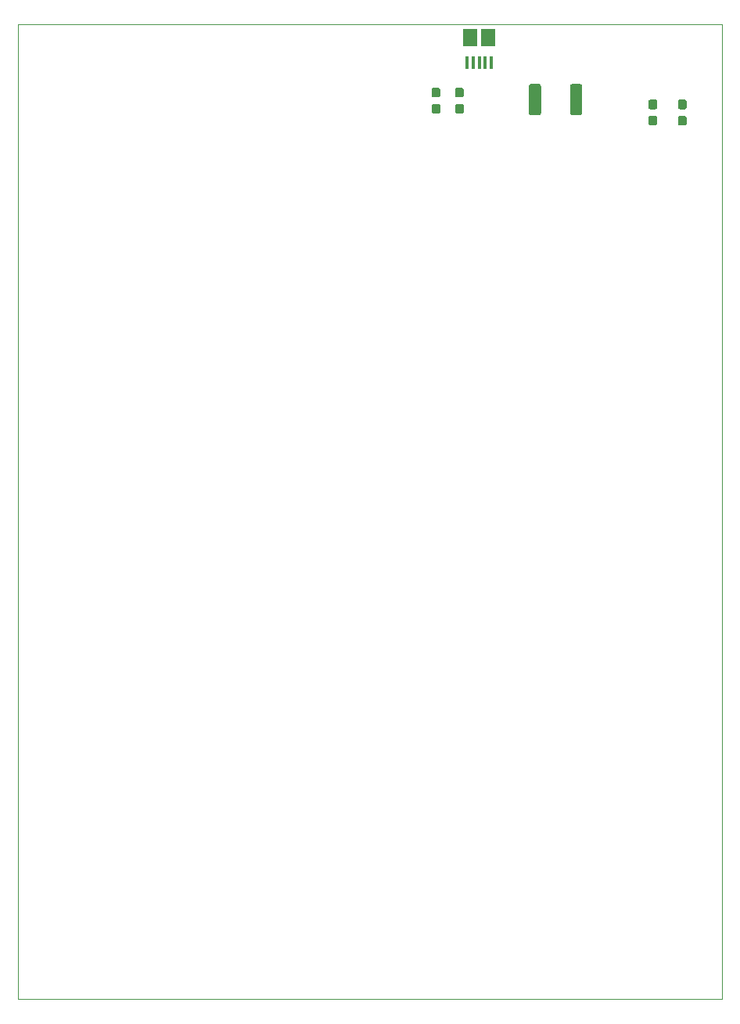
<source format=gtp>
G04 #@! TF.GenerationSoftware,KiCad,Pcbnew,(5.1.2)-2*
G04 #@! TF.CreationDate,2019-06-20T10:34:22-04:00*
G04 #@! TF.ProjectId,macropad,6d616372-6f70-4616-942e-6b696361645f,rev?*
G04 #@! TF.SameCoordinates,Original*
G04 #@! TF.FileFunction,Paste,Top*
G04 #@! TF.FilePolarity,Positive*
%FSLAX46Y46*%
G04 Gerber Fmt 4.6, Leading zero omitted, Abs format (unit mm)*
G04 Created by KiCad (PCBNEW (5.1.2)-2) date 2019-06-20 10:34:22*
%MOMM*%
%LPD*%
G04 APERTURE LIST*
%ADD10C,0.100000*%
%ADD11C,0.950000*%
%ADD12R,1.500000X1.900000*%
%ADD13R,0.400000X1.350000*%
%ADD14C,1.300000*%
G04 APERTURE END LIST*
D10*
X172720000Y-38100000D02*
X121539000Y-38100000D01*
X172720000Y-143510000D02*
X172720000Y-38100000D01*
X96520000Y-143510000D02*
X172720000Y-143510000D01*
X96520000Y-38100000D02*
X96520000Y-143510000D01*
X121539000Y-38100000D02*
X96520000Y-38100000D01*
G36*
X165487779Y-46226144D02*
G01*
X165510834Y-46229563D01*
X165533443Y-46235227D01*
X165555387Y-46243079D01*
X165576457Y-46253044D01*
X165596448Y-46265026D01*
X165615168Y-46278910D01*
X165632438Y-46294562D01*
X165648090Y-46311832D01*
X165661974Y-46330552D01*
X165673956Y-46350543D01*
X165683921Y-46371613D01*
X165691773Y-46393557D01*
X165697437Y-46416166D01*
X165700856Y-46439221D01*
X165702000Y-46462500D01*
X165702000Y-47037500D01*
X165700856Y-47060779D01*
X165697437Y-47083834D01*
X165691773Y-47106443D01*
X165683921Y-47128387D01*
X165673956Y-47149457D01*
X165661974Y-47169448D01*
X165648090Y-47188168D01*
X165632438Y-47205438D01*
X165615168Y-47221090D01*
X165596448Y-47234974D01*
X165576457Y-47246956D01*
X165555387Y-47256921D01*
X165533443Y-47264773D01*
X165510834Y-47270437D01*
X165487779Y-47273856D01*
X165464500Y-47275000D01*
X164989500Y-47275000D01*
X164966221Y-47273856D01*
X164943166Y-47270437D01*
X164920557Y-47264773D01*
X164898613Y-47256921D01*
X164877543Y-47246956D01*
X164857552Y-47234974D01*
X164838832Y-47221090D01*
X164821562Y-47205438D01*
X164805910Y-47188168D01*
X164792026Y-47169448D01*
X164780044Y-47149457D01*
X164770079Y-47128387D01*
X164762227Y-47106443D01*
X164756563Y-47083834D01*
X164753144Y-47060779D01*
X164752000Y-47037500D01*
X164752000Y-46462500D01*
X164753144Y-46439221D01*
X164756563Y-46416166D01*
X164762227Y-46393557D01*
X164770079Y-46371613D01*
X164780044Y-46350543D01*
X164792026Y-46330552D01*
X164805910Y-46311832D01*
X164821562Y-46294562D01*
X164838832Y-46278910D01*
X164857552Y-46265026D01*
X164877543Y-46253044D01*
X164898613Y-46243079D01*
X164920557Y-46235227D01*
X164943166Y-46229563D01*
X164966221Y-46226144D01*
X164989500Y-46225000D01*
X165464500Y-46225000D01*
X165487779Y-46226144D01*
X165487779Y-46226144D01*
G37*
D11*
X165227000Y-46750000D03*
D10*
G36*
X165487779Y-47976144D02*
G01*
X165510834Y-47979563D01*
X165533443Y-47985227D01*
X165555387Y-47993079D01*
X165576457Y-48003044D01*
X165596448Y-48015026D01*
X165615168Y-48028910D01*
X165632438Y-48044562D01*
X165648090Y-48061832D01*
X165661974Y-48080552D01*
X165673956Y-48100543D01*
X165683921Y-48121613D01*
X165691773Y-48143557D01*
X165697437Y-48166166D01*
X165700856Y-48189221D01*
X165702000Y-48212500D01*
X165702000Y-48787500D01*
X165700856Y-48810779D01*
X165697437Y-48833834D01*
X165691773Y-48856443D01*
X165683921Y-48878387D01*
X165673956Y-48899457D01*
X165661974Y-48919448D01*
X165648090Y-48938168D01*
X165632438Y-48955438D01*
X165615168Y-48971090D01*
X165596448Y-48984974D01*
X165576457Y-48996956D01*
X165555387Y-49006921D01*
X165533443Y-49014773D01*
X165510834Y-49020437D01*
X165487779Y-49023856D01*
X165464500Y-49025000D01*
X164989500Y-49025000D01*
X164966221Y-49023856D01*
X164943166Y-49020437D01*
X164920557Y-49014773D01*
X164898613Y-49006921D01*
X164877543Y-48996956D01*
X164857552Y-48984974D01*
X164838832Y-48971090D01*
X164821562Y-48955438D01*
X164805910Y-48938168D01*
X164792026Y-48919448D01*
X164780044Y-48899457D01*
X164770079Y-48878387D01*
X164762227Y-48856443D01*
X164756563Y-48833834D01*
X164753144Y-48810779D01*
X164752000Y-48787500D01*
X164752000Y-48212500D01*
X164753144Y-48189221D01*
X164756563Y-48166166D01*
X164762227Y-48143557D01*
X164770079Y-48121613D01*
X164780044Y-48100543D01*
X164792026Y-48080552D01*
X164805910Y-48061832D01*
X164821562Y-48044562D01*
X164838832Y-48028910D01*
X164857552Y-48015026D01*
X164877543Y-48003044D01*
X164898613Y-47993079D01*
X164920557Y-47985227D01*
X164943166Y-47979563D01*
X164966221Y-47976144D01*
X164989500Y-47975000D01*
X165464500Y-47975000D01*
X165487779Y-47976144D01*
X165487779Y-47976144D01*
G37*
D11*
X165227000Y-48500000D03*
D10*
G36*
X168662779Y-47976144D02*
G01*
X168685834Y-47979563D01*
X168708443Y-47985227D01*
X168730387Y-47993079D01*
X168751457Y-48003044D01*
X168771448Y-48015026D01*
X168790168Y-48028910D01*
X168807438Y-48044562D01*
X168823090Y-48061832D01*
X168836974Y-48080552D01*
X168848956Y-48100543D01*
X168858921Y-48121613D01*
X168866773Y-48143557D01*
X168872437Y-48166166D01*
X168875856Y-48189221D01*
X168877000Y-48212500D01*
X168877000Y-48787500D01*
X168875856Y-48810779D01*
X168872437Y-48833834D01*
X168866773Y-48856443D01*
X168858921Y-48878387D01*
X168848956Y-48899457D01*
X168836974Y-48919448D01*
X168823090Y-48938168D01*
X168807438Y-48955438D01*
X168790168Y-48971090D01*
X168771448Y-48984974D01*
X168751457Y-48996956D01*
X168730387Y-49006921D01*
X168708443Y-49014773D01*
X168685834Y-49020437D01*
X168662779Y-49023856D01*
X168639500Y-49025000D01*
X168164500Y-49025000D01*
X168141221Y-49023856D01*
X168118166Y-49020437D01*
X168095557Y-49014773D01*
X168073613Y-49006921D01*
X168052543Y-48996956D01*
X168032552Y-48984974D01*
X168013832Y-48971090D01*
X167996562Y-48955438D01*
X167980910Y-48938168D01*
X167967026Y-48919448D01*
X167955044Y-48899457D01*
X167945079Y-48878387D01*
X167937227Y-48856443D01*
X167931563Y-48833834D01*
X167928144Y-48810779D01*
X167927000Y-48787500D01*
X167927000Y-48212500D01*
X167928144Y-48189221D01*
X167931563Y-48166166D01*
X167937227Y-48143557D01*
X167945079Y-48121613D01*
X167955044Y-48100543D01*
X167967026Y-48080552D01*
X167980910Y-48061832D01*
X167996562Y-48044562D01*
X168013832Y-48028910D01*
X168032552Y-48015026D01*
X168052543Y-48003044D01*
X168073613Y-47993079D01*
X168095557Y-47985227D01*
X168118166Y-47979563D01*
X168141221Y-47976144D01*
X168164500Y-47975000D01*
X168639500Y-47975000D01*
X168662779Y-47976144D01*
X168662779Y-47976144D01*
G37*
D11*
X168402000Y-48500000D03*
D10*
G36*
X168662779Y-46226144D02*
G01*
X168685834Y-46229563D01*
X168708443Y-46235227D01*
X168730387Y-46243079D01*
X168751457Y-46253044D01*
X168771448Y-46265026D01*
X168790168Y-46278910D01*
X168807438Y-46294562D01*
X168823090Y-46311832D01*
X168836974Y-46330552D01*
X168848956Y-46350543D01*
X168858921Y-46371613D01*
X168866773Y-46393557D01*
X168872437Y-46416166D01*
X168875856Y-46439221D01*
X168877000Y-46462500D01*
X168877000Y-47037500D01*
X168875856Y-47060779D01*
X168872437Y-47083834D01*
X168866773Y-47106443D01*
X168858921Y-47128387D01*
X168848956Y-47149457D01*
X168836974Y-47169448D01*
X168823090Y-47188168D01*
X168807438Y-47205438D01*
X168790168Y-47221090D01*
X168771448Y-47234974D01*
X168751457Y-47246956D01*
X168730387Y-47256921D01*
X168708443Y-47264773D01*
X168685834Y-47270437D01*
X168662779Y-47273856D01*
X168639500Y-47275000D01*
X168164500Y-47275000D01*
X168141221Y-47273856D01*
X168118166Y-47270437D01*
X168095557Y-47264773D01*
X168073613Y-47256921D01*
X168052543Y-47246956D01*
X168032552Y-47234974D01*
X168013832Y-47221090D01*
X167996562Y-47205438D01*
X167980910Y-47188168D01*
X167967026Y-47169448D01*
X167955044Y-47149457D01*
X167945079Y-47128387D01*
X167937227Y-47106443D01*
X167931563Y-47083834D01*
X167928144Y-47060779D01*
X167927000Y-47037500D01*
X167927000Y-46462500D01*
X167928144Y-46439221D01*
X167931563Y-46416166D01*
X167937227Y-46393557D01*
X167945079Y-46371613D01*
X167955044Y-46350543D01*
X167967026Y-46330552D01*
X167980910Y-46311832D01*
X167996562Y-46294562D01*
X168013832Y-46278910D01*
X168032552Y-46265026D01*
X168052543Y-46253044D01*
X168073613Y-46243079D01*
X168095557Y-46235227D01*
X168118166Y-46229563D01*
X168141221Y-46226144D01*
X168164500Y-46225000D01*
X168639500Y-46225000D01*
X168662779Y-46226144D01*
X168662779Y-46226144D01*
G37*
D11*
X168402000Y-46750000D03*
D10*
G36*
X144532779Y-46692144D02*
G01*
X144555834Y-46695563D01*
X144578443Y-46701227D01*
X144600387Y-46709079D01*
X144621457Y-46719044D01*
X144641448Y-46731026D01*
X144660168Y-46744910D01*
X144677438Y-46760562D01*
X144693090Y-46777832D01*
X144706974Y-46796552D01*
X144718956Y-46816543D01*
X144728921Y-46837613D01*
X144736773Y-46859557D01*
X144742437Y-46882166D01*
X144745856Y-46905221D01*
X144747000Y-46928500D01*
X144747000Y-47503500D01*
X144745856Y-47526779D01*
X144742437Y-47549834D01*
X144736773Y-47572443D01*
X144728921Y-47594387D01*
X144718956Y-47615457D01*
X144706974Y-47635448D01*
X144693090Y-47654168D01*
X144677438Y-47671438D01*
X144660168Y-47687090D01*
X144641448Y-47700974D01*
X144621457Y-47712956D01*
X144600387Y-47722921D01*
X144578443Y-47730773D01*
X144555834Y-47736437D01*
X144532779Y-47739856D01*
X144509500Y-47741000D01*
X144034500Y-47741000D01*
X144011221Y-47739856D01*
X143988166Y-47736437D01*
X143965557Y-47730773D01*
X143943613Y-47722921D01*
X143922543Y-47712956D01*
X143902552Y-47700974D01*
X143883832Y-47687090D01*
X143866562Y-47671438D01*
X143850910Y-47654168D01*
X143837026Y-47635448D01*
X143825044Y-47615457D01*
X143815079Y-47594387D01*
X143807227Y-47572443D01*
X143801563Y-47549834D01*
X143798144Y-47526779D01*
X143797000Y-47503500D01*
X143797000Y-46928500D01*
X143798144Y-46905221D01*
X143801563Y-46882166D01*
X143807227Y-46859557D01*
X143815079Y-46837613D01*
X143825044Y-46816543D01*
X143837026Y-46796552D01*
X143850910Y-46777832D01*
X143866562Y-46760562D01*
X143883832Y-46744910D01*
X143902552Y-46731026D01*
X143922543Y-46719044D01*
X143943613Y-46709079D01*
X143965557Y-46701227D01*
X143988166Y-46695563D01*
X144011221Y-46692144D01*
X144034500Y-46691000D01*
X144509500Y-46691000D01*
X144532779Y-46692144D01*
X144532779Y-46692144D01*
G37*
D11*
X144272000Y-47216000D03*
D10*
G36*
X144532779Y-44942144D02*
G01*
X144555834Y-44945563D01*
X144578443Y-44951227D01*
X144600387Y-44959079D01*
X144621457Y-44969044D01*
X144641448Y-44981026D01*
X144660168Y-44994910D01*
X144677438Y-45010562D01*
X144693090Y-45027832D01*
X144706974Y-45046552D01*
X144718956Y-45066543D01*
X144728921Y-45087613D01*
X144736773Y-45109557D01*
X144742437Y-45132166D01*
X144745856Y-45155221D01*
X144747000Y-45178500D01*
X144747000Y-45753500D01*
X144745856Y-45776779D01*
X144742437Y-45799834D01*
X144736773Y-45822443D01*
X144728921Y-45844387D01*
X144718956Y-45865457D01*
X144706974Y-45885448D01*
X144693090Y-45904168D01*
X144677438Y-45921438D01*
X144660168Y-45937090D01*
X144641448Y-45950974D01*
X144621457Y-45962956D01*
X144600387Y-45972921D01*
X144578443Y-45980773D01*
X144555834Y-45986437D01*
X144532779Y-45989856D01*
X144509500Y-45991000D01*
X144034500Y-45991000D01*
X144011221Y-45989856D01*
X143988166Y-45986437D01*
X143965557Y-45980773D01*
X143943613Y-45972921D01*
X143922543Y-45962956D01*
X143902552Y-45950974D01*
X143883832Y-45937090D01*
X143866562Y-45921438D01*
X143850910Y-45904168D01*
X143837026Y-45885448D01*
X143825044Y-45865457D01*
X143815079Y-45844387D01*
X143807227Y-45822443D01*
X143801563Y-45799834D01*
X143798144Y-45776779D01*
X143797000Y-45753500D01*
X143797000Y-45178500D01*
X143798144Y-45155221D01*
X143801563Y-45132166D01*
X143807227Y-45109557D01*
X143815079Y-45087613D01*
X143825044Y-45066543D01*
X143837026Y-45046552D01*
X143850910Y-45027832D01*
X143866562Y-45010562D01*
X143883832Y-44994910D01*
X143902552Y-44981026D01*
X143922543Y-44969044D01*
X143943613Y-44959079D01*
X143965557Y-44951227D01*
X143988166Y-44945563D01*
X144011221Y-44942144D01*
X144034500Y-44941000D01*
X144509500Y-44941000D01*
X144532779Y-44942144D01*
X144532779Y-44942144D01*
G37*
D11*
X144272000Y-45466000D03*
D10*
G36*
X141992779Y-46692144D02*
G01*
X142015834Y-46695563D01*
X142038443Y-46701227D01*
X142060387Y-46709079D01*
X142081457Y-46719044D01*
X142101448Y-46731026D01*
X142120168Y-46744910D01*
X142137438Y-46760562D01*
X142153090Y-46777832D01*
X142166974Y-46796552D01*
X142178956Y-46816543D01*
X142188921Y-46837613D01*
X142196773Y-46859557D01*
X142202437Y-46882166D01*
X142205856Y-46905221D01*
X142207000Y-46928500D01*
X142207000Y-47503500D01*
X142205856Y-47526779D01*
X142202437Y-47549834D01*
X142196773Y-47572443D01*
X142188921Y-47594387D01*
X142178956Y-47615457D01*
X142166974Y-47635448D01*
X142153090Y-47654168D01*
X142137438Y-47671438D01*
X142120168Y-47687090D01*
X142101448Y-47700974D01*
X142081457Y-47712956D01*
X142060387Y-47722921D01*
X142038443Y-47730773D01*
X142015834Y-47736437D01*
X141992779Y-47739856D01*
X141969500Y-47741000D01*
X141494500Y-47741000D01*
X141471221Y-47739856D01*
X141448166Y-47736437D01*
X141425557Y-47730773D01*
X141403613Y-47722921D01*
X141382543Y-47712956D01*
X141362552Y-47700974D01*
X141343832Y-47687090D01*
X141326562Y-47671438D01*
X141310910Y-47654168D01*
X141297026Y-47635448D01*
X141285044Y-47615457D01*
X141275079Y-47594387D01*
X141267227Y-47572443D01*
X141261563Y-47549834D01*
X141258144Y-47526779D01*
X141257000Y-47503500D01*
X141257000Y-46928500D01*
X141258144Y-46905221D01*
X141261563Y-46882166D01*
X141267227Y-46859557D01*
X141275079Y-46837613D01*
X141285044Y-46816543D01*
X141297026Y-46796552D01*
X141310910Y-46777832D01*
X141326562Y-46760562D01*
X141343832Y-46744910D01*
X141362552Y-46731026D01*
X141382543Y-46719044D01*
X141403613Y-46709079D01*
X141425557Y-46701227D01*
X141448166Y-46695563D01*
X141471221Y-46692144D01*
X141494500Y-46691000D01*
X141969500Y-46691000D01*
X141992779Y-46692144D01*
X141992779Y-46692144D01*
G37*
D11*
X141732000Y-47216000D03*
D10*
G36*
X141992779Y-44942144D02*
G01*
X142015834Y-44945563D01*
X142038443Y-44951227D01*
X142060387Y-44959079D01*
X142081457Y-44969044D01*
X142101448Y-44981026D01*
X142120168Y-44994910D01*
X142137438Y-45010562D01*
X142153090Y-45027832D01*
X142166974Y-45046552D01*
X142178956Y-45066543D01*
X142188921Y-45087613D01*
X142196773Y-45109557D01*
X142202437Y-45132166D01*
X142205856Y-45155221D01*
X142207000Y-45178500D01*
X142207000Y-45753500D01*
X142205856Y-45776779D01*
X142202437Y-45799834D01*
X142196773Y-45822443D01*
X142188921Y-45844387D01*
X142178956Y-45865457D01*
X142166974Y-45885448D01*
X142153090Y-45904168D01*
X142137438Y-45921438D01*
X142120168Y-45937090D01*
X142101448Y-45950974D01*
X142081457Y-45962956D01*
X142060387Y-45972921D01*
X142038443Y-45980773D01*
X142015834Y-45986437D01*
X141992779Y-45989856D01*
X141969500Y-45991000D01*
X141494500Y-45991000D01*
X141471221Y-45989856D01*
X141448166Y-45986437D01*
X141425557Y-45980773D01*
X141403613Y-45972921D01*
X141382543Y-45962956D01*
X141362552Y-45950974D01*
X141343832Y-45937090D01*
X141326562Y-45921438D01*
X141310910Y-45904168D01*
X141297026Y-45885448D01*
X141285044Y-45865457D01*
X141275079Y-45844387D01*
X141267227Y-45822443D01*
X141261563Y-45799834D01*
X141258144Y-45776779D01*
X141257000Y-45753500D01*
X141257000Y-45178500D01*
X141258144Y-45155221D01*
X141261563Y-45132166D01*
X141267227Y-45109557D01*
X141275079Y-45087613D01*
X141285044Y-45066543D01*
X141297026Y-45046552D01*
X141310910Y-45027832D01*
X141326562Y-45010562D01*
X141343832Y-44994910D01*
X141362552Y-44981026D01*
X141382543Y-44969044D01*
X141403613Y-44959079D01*
X141425557Y-44951227D01*
X141448166Y-44945563D01*
X141471221Y-44942144D01*
X141494500Y-44941000D01*
X141969500Y-44941000D01*
X141992779Y-44942144D01*
X141992779Y-44942144D01*
G37*
D11*
X141732000Y-45466000D03*
D12*
X147431000Y-39529500D03*
D13*
X146431000Y-42229500D03*
X145781000Y-42229500D03*
X145131000Y-42229500D03*
X147731000Y-42229500D03*
X147081000Y-42229500D03*
D12*
X145431000Y-39529500D03*
D10*
G36*
X152885504Y-44529204D02*
G01*
X152909773Y-44532804D01*
X152933571Y-44538765D01*
X152956671Y-44547030D01*
X152978849Y-44557520D01*
X152999893Y-44570133D01*
X153019598Y-44584747D01*
X153037777Y-44601223D01*
X153054253Y-44619402D01*
X153068867Y-44639107D01*
X153081480Y-44660151D01*
X153091970Y-44682329D01*
X153100235Y-44705429D01*
X153106196Y-44729227D01*
X153109796Y-44753496D01*
X153111000Y-44778000D01*
X153111000Y-47678000D01*
X153109796Y-47702504D01*
X153106196Y-47726773D01*
X153100235Y-47750571D01*
X153091970Y-47773671D01*
X153081480Y-47795849D01*
X153068867Y-47816893D01*
X153054253Y-47836598D01*
X153037777Y-47854777D01*
X153019598Y-47871253D01*
X152999893Y-47885867D01*
X152978849Y-47898480D01*
X152956671Y-47908970D01*
X152933571Y-47917235D01*
X152909773Y-47923196D01*
X152885504Y-47926796D01*
X152861000Y-47928000D01*
X152061000Y-47928000D01*
X152036496Y-47926796D01*
X152012227Y-47923196D01*
X151988429Y-47917235D01*
X151965329Y-47908970D01*
X151943151Y-47898480D01*
X151922107Y-47885867D01*
X151902402Y-47871253D01*
X151884223Y-47854777D01*
X151867747Y-47836598D01*
X151853133Y-47816893D01*
X151840520Y-47795849D01*
X151830030Y-47773671D01*
X151821765Y-47750571D01*
X151815804Y-47726773D01*
X151812204Y-47702504D01*
X151811000Y-47678000D01*
X151811000Y-44778000D01*
X151812204Y-44753496D01*
X151815804Y-44729227D01*
X151821765Y-44705429D01*
X151830030Y-44682329D01*
X151840520Y-44660151D01*
X151853133Y-44639107D01*
X151867747Y-44619402D01*
X151884223Y-44601223D01*
X151902402Y-44584747D01*
X151922107Y-44570133D01*
X151943151Y-44557520D01*
X151965329Y-44547030D01*
X151988429Y-44538765D01*
X152012227Y-44532804D01*
X152036496Y-44529204D01*
X152061000Y-44528000D01*
X152861000Y-44528000D01*
X152885504Y-44529204D01*
X152885504Y-44529204D01*
G37*
D14*
X152461000Y-46228000D03*
D10*
G36*
X157335504Y-44529204D02*
G01*
X157359773Y-44532804D01*
X157383571Y-44538765D01*
X157406671Y-44547030D01*
X157428849Y-44557520D01*
X157449893Y-44570133D01*
X157469598Y-44584747D01*
X157487777Y-44601223D01*
X157504253Y-44619402D01*
X157518867Y-44639107D01*
X157531480Y-44660151D01*
X157541970Y-44682329D01*
X157550235Y-44705429D01*
X157556196Y-44729227D01*
X157559796Y-44753496D01*
X157561000Y-44778000D01*
X157561000Y-47678000D01*
X157559796Y-47702504D01*
X157556196Y-47726773D01*
X157550235Y-47750571D01*
X157541970Y-47773671D01*
X157531480Y-47795849D01*
X157518867Y-47816893D01*
X157504253Y-47836598D01*
X157487777Y-47854777D01*
X157469598Y-47871253D01*
X157449893Y-47885867D01*
X157428849Y-47898480D01*
X157406671Y-47908970D01*
X157383571Y-47917235D01*
X157359773Y-47923196D01*
X157335504Y-47926796D01*
X157311000Y-47928000D01*
X156511000Y-47928000D01*
X156486496Y-47926796D01*
X156462227Y-47923196D01*
X156438429Y-47917235D01*
X156415329Y-47908970D01*
X156393151Y-47898480D01*
X156372107Y-47885867D01*
X156352402Y-47871253D01*
X156334223Y-47854777D01*
X156317747Y-47836598D01*
X156303133Y-47816893D01*
X156290520Y-47795849D01*
X156280030Y-47773671D01*
X156271765Y-47750571D01*
X156265804Y-47726773D01*
X156262204Y-47702504D01*
X156261000Y-47678000D01*
X156261000Y-44778000D01*
X156262204Y-44753496D01*
X156265804Y-44729227D01*
X156271765Y-44705429D01*
X156280030Y-44682329D01*
X156290520Y-44660151D01*
X156303133Y-44639107D01*
X156317747Y-44619402D01*
X156334223Y-44601223D01*
X156352402Y-44584747D01*
X156372107Y-44570133D01*
X156393151Y-44557520D01*
X156415329Y-44547030D01*
X156438429Y-44538765D01*
X156462227Y-44532804D01*
X156486496Y-44529204D01*
X156511000Y-44528000D01*
X157311000Y-44528000D01*
X157335504Y-44529204D01*
X157335504Y-44529204D01*
G37*
D14*
X156911000Y-46228000D03*
M02*

</source>
